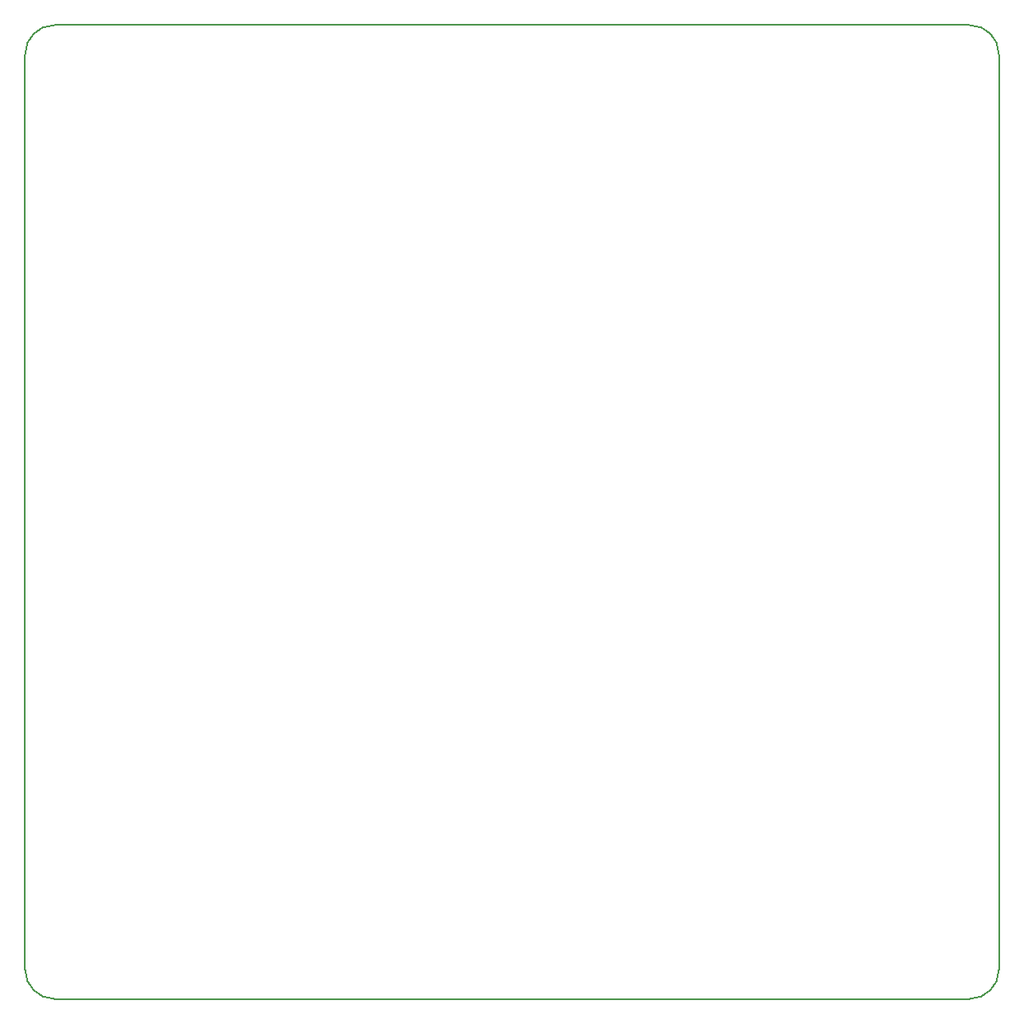
<source format=gbr>
%TF.GenerationSoftware,KiCad,Pcbnew,5.1.9-73d0e3b20d~88~ubuntu20.04.1*%
%TF.CreationDate,2021-02-13T16:05:57-05:00*%
%TF.ProjectId,kiwikit-rpi-pico,6b697769-6b69-4742-9d72-70692d706963,rev?*%
%TF.SameCoordinates,PX2faf080PY8f0d180*%
%TF.FileFunction,Profile,NP*%
%FSLAX46Y46*%
G04 Gerber Fmt 4.6, Leading zero omitted, Abs format (unit mm)*
G04 Created by KiCad (PCBNEW 5.1.9-73d0e3b20d~88~ubuntu20.04.1) date 2021-02-13 16:05:57*
%MOMM*%
%LPD*%
G01*
G04 APERTURE LIST*
%TA.AperFunction,Profile*%
%ADD10C,0.150000*%
%TD*%
G04 APERTURE END LIST*
D10*
X100000000Y3000000D02*
G75*
G02*
X97000000Y0I-3000000J0D01*
G01*
X97000000Y100000000D02*
G75*
G02*
X100000000Y97000000I0J-3000000D01*
G01*
X0Y97000000D02*
G75*
G02*
X3000000Y100000000I3000000J0D01*
G01*
X3000000Y0D02*
G75*
G02*
X0Y3000000I0J3000000D01*
G01*
X3000000Y0D02*
X97000000Y0D01*
X100000000Y97000000D02*
X100000000Y3000000D01*
X3000000Y100000000D02*
X97000000Y100000000D01*
X0Y97000000D02*
X0Y3000000D01*
M02*

</source>
